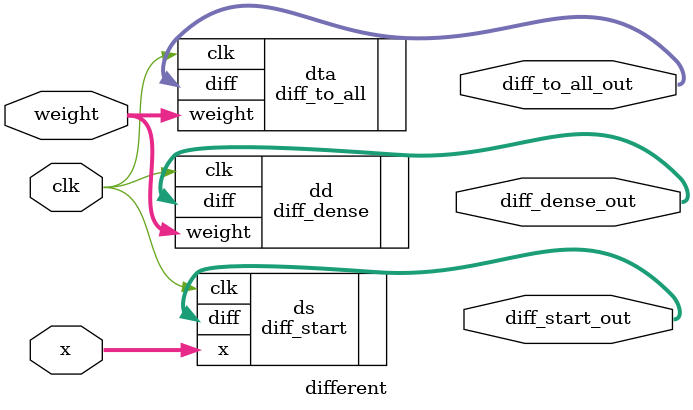
<source format=sv>
module different (weight, x, diff_dense_out, diff_start_out, diff_to_all_out, clk);
    parameter size = 3;
	parameter data_size = 16;

	input [size*data_size - 1:0] weight;
    input [size*data_size - 1:0] x;
    input clk;

    output [size*data_size - 1:0] diff_dense_out;
    output [size*data_size - 1:0] diff_start_out;
    output [size*data_size - 1:0] diff_to_all_out;

    diff_dense dd(.weight(weight), .diff(diff_dense_out), .clk(clk));
    diff_start ds(.x(x), .diff(diff_start_out), .clk(clk));
    diff_to_all dta(.weight(weight), .diff(diff_to_all_out), .clk(clk));
endmodule

</source>
